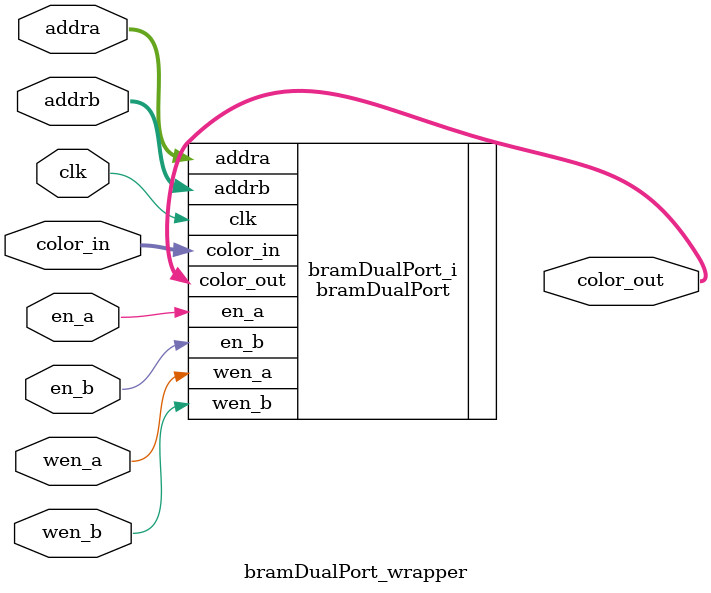
<source format=v>
`timescale 1 ps / 1 ps

module bramDualPort_wrapper
   (addra,
    addrb,
    clk,
    color_in,
    color_out,
    en_a,
    en_b,
    wen_a,
    wen_b);
  input [18:0]addra;
  input [18:0]addrb;
  input clk;
  input [3:0]color_in;
  output [3:0]color_out;
  input en_a;
  input en_b;
  input wen_a;
  input wen_b;

  wire [18:0]addra;
  wire [18:0]addrb;
  wire clk;
  wire [3:0]color_in;
  wire [3:0]color_out;
  wire en_a;
  wire en_b;
  wire wen_a;
  wire wen_b;

  bramDualPort bramDualPort_i
       (.addra(addra),
        .addrb(addrb),
        .clk(clk),
        .color_in(color_in),
        .color_out(color_out),
        .en_a(en_a),
        .en_b(en_b),
        .wen_a(wen_a),
        .wen_b(wen_b));
endmodule

</source>
